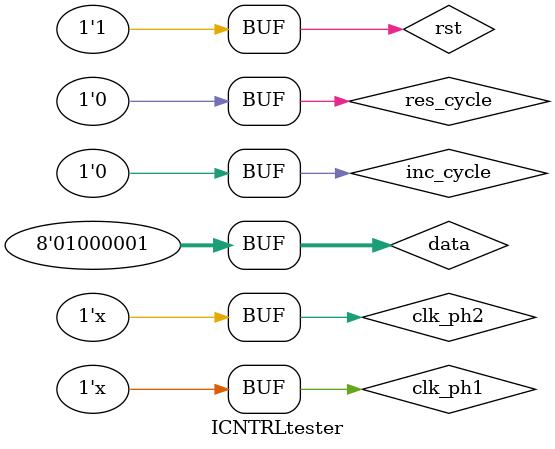
<source format=v>
`timescale 1ns / 1ps


module ICNTRLtester;

	// Inputs
	reg clk_ph1;
	reg clk_ph2;
	reg rst;
	reg [7:0] data;
	reg inc_cycle;
	reg res_cycle;

	// Outputs
	wire [7:0] IR;
	wire [2:0] cycle;

	// Instantiate the Unit Under Test (UUT)
	InstructionController uut (
		.clk_ph1(clk_ph1), 
		.clk_ph2(clk_ph2), 
		.data(data), 
		.inc_cycle(inc_cycle), 
		.res_cycle(res_cycle), 
		.IR(IR), 
		.cycle(cycle),
		.rst(rst)
	);

	initial begin
		// Initialize Inputs
		clk_ph1 = 0;
		clk_ph2 = 1;
		data = 0;
		inc_cycle = 0;
		res_cycle = 0;
		rst = 0;

		// Wait 100 ns for global reset to finish
		#600;
		rst = 1;
        
		// Add stimulus here
		data = 65;
		inc_cycle = 1;
		#2000
		inc_cycle = 0;
		res_cycle = 1;
		#1000
		res_cycle = 0;

	end
	
	always begin
		#500;
		clk_ph2 = !clk_ph2;
		clk_ph1 = !clk_ph1;
	end
      
endmodule


</source>
